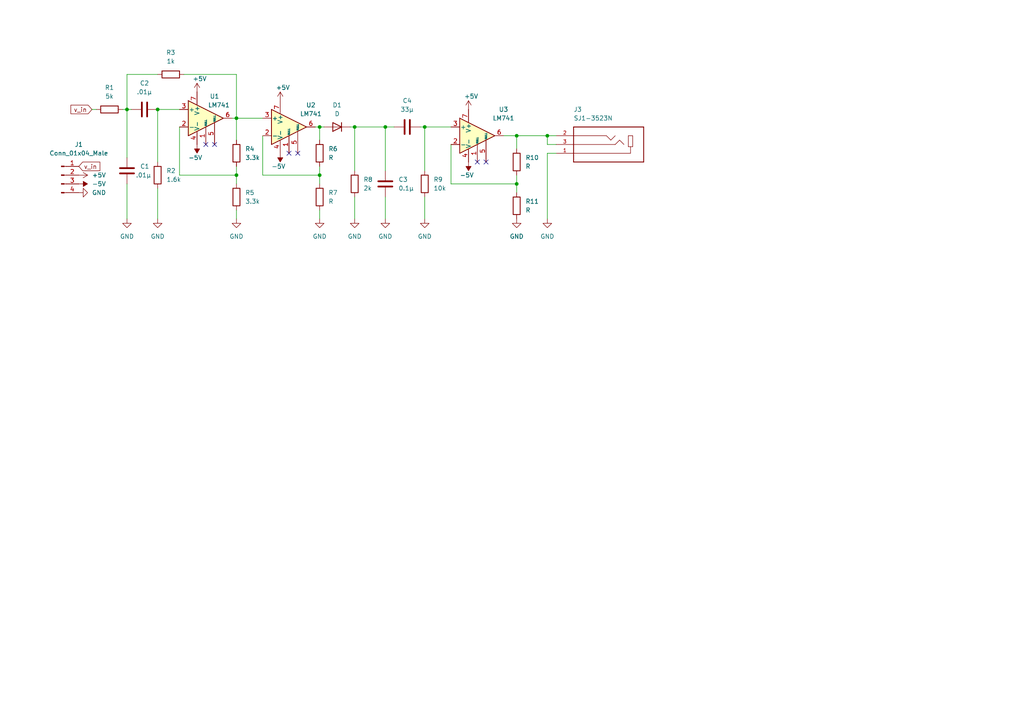
<source format=kicad_sch>
(kicad_sch (version 20211123) (generator eeschema)
  (paper "A4")
  (lib_symbols
    (symbol "Amplifier_Operational:LM741" (pin_names (offset 0.127))
      (property "Reference" "U" (at 0 6.35 0))
      (property "Value" "LM741" (at 0 3.81 0))
      (symbol "LM741_0_1"
        (polyline (pts (xy -5.08 5.08) (xy 5.08 0) (xy -5.08 -5.08) (xy -5.08 5.08)) (stroke (width 0.254)) (fill (type background)))
      )
      (symbol "LM741_1_1"
        (pin input line (at 0 -7.62 90) (length 5.08) (name "NULL") (number "1"))
        (pin input line (at -7.62 -2.54 0) (length 2.54) (name "-") (number "2"))
        (pin input line (at -7.62 2.54 0) (length 2.54) (name "+") (number "3"))
        (pin power_in line (at -2.54 -7.62 90) (length 3.81) (name "V-") (number "4"))
        (pin input line (at 2.54 -7.62 90) (length 6.35) (name "NULL") (number "5"))
        (pin output line (at 7.62 0 180) (length 2.54) (name "~") (number "6"))
        (pin power_in line (at -2.54 7.62 270) (length 3.81) (name "V+") (number "7"))
        (pin no_connect line (at 0 2.54 270) (length 2.54) hide (name "NC") (number "8"))
      )
    )
    (symbol "Connector:Conn_01x04_Male" (pin_names (offset 1.016) hide)
      (property "Reference" "J" (at 0 5.08 0))
      (property "Value" "Conn_01x04_Male" (at 0 -7.62 0))
      (symbol "Conn_01x04_Male_1_1"
        (polyline (pts (xy 1.27 -5.08) (xy 0.8636 -5.08)) (stroke (width 0.1524)))
        (polyline (pts (xy 1.27 -2.54) (xy 0.8636 -2.54)) (stroke (width 0.1524)))
        (polyline (pts (xy 1.27 0) (xy 0.8636 0)) (stroke (width 0.1524)))
        (polyline (pts (xy 1.27 2.54) (xy 0.8636 2.54)) (stroke (width 0.1524)))
        (rectangle (start 0.8636 -4.953) (end 0 -5.207) (stroke (width 0.1524)) (fill (type outline)))
        (rectangle (start 0.8636 -2.413) (end 0 -2.667) (stroke (width 0.1524)) (fill (type outline)))
        (rectangle (start 0.8636 0.127) (end 0 -0.127) (stroke (width 0.1524)) (fill (type outline)))
        (rectangle (start 0.8636 2.667) (end 0 2.413) (stroke (width 0.1524)) (fill (type outline)))
        (pin passive line (at 5.08 2.54 180) (length 3.81) (name "Pin_1") (number "1"))
        (pin passive line (at 5.08 0 180) (length 3.81) (name "Pin_2") (number "2"))
        (pin passive line (at 5.08 -2.54 180) (length 3.81) (name "Pin_3") (number "3"))
        (pin passive line (at 5.08 -5.08 180) (length 3.81) (name "Pin_4") (number "4"))
      )
    )
    (symbol "Device:C" (pin_numbers hide) (pin_names (offset 0.254))
      (property "Reference" "C" (at 0.635 2.54 0))
      (property "Value" "C" (at 0.635 -2.54 0))
      (symbol "C_0_1"
        (polyline (pts (xy -2.032 -0.762) (xy 2.032 -0.762)) (stroke (width 0.508)))
        (polyline (pts (xy -2.032 0.762) (xy 2.032 0.762)) (stroke (width 0.508)))
      )
      (symbol "C_1_1"
        (pin passive line (at 0 3.81 270) (length 2.794) (name "~") (number "1"))
        (pin passive line (at 0 -3.81 90) (length 2.794) (name "~") (number "2"))
      )
    )
    (symbol "Device:D" (pin_numbers hide) (pin_names (offset 1.016) hide)
      (property "Reference" "D" (at 0 2.54 0))
      (property "Value" "D" (at 0 -2.54 0))
      (symbol "D_0_1"
        (polyline (pts (xy -1.27 1.27) (xy -1.27 -1.27)) (stroke (width 0.254)))
        (polyline (pts (xy 1.27 0) (xy -1.27 0)))
        (polyline (pts (xy 1.27 1.27) (xy 1.27 -1.27) (xy -1.27 0) (xy 1.27 1.27)) (stroke (width 0.254)))
      )
      (symbol "D_1_1"
        (pin passive line (at -3.81 0 0) (length 2.54) (name "K") (number "1"))
        (pin passive line (at 3.81 0 180) (length 2.54) (name "A") (number "2"))
      )
    )
    (symbol "Device:R" (pin_numbers hide) (pin_names (offset 0))
      (property "Reference" "R" (at 2.032 0 90))
      (property "Value" "R" (at 0 0 90))
      (symbol "R_0_1"
        (rectangle (start -1.016 -2.54) (end 1.016 2.54) (stroke (width 0.254)))
      )
      (symbol "R_1_1"
        (pin passive line (at 0 3.81 270) (length 1.27) (name "~") (number "1"))
        (pin passive line (at 0 -3.81 90) (length 1.27) (name "~") (number "2"))
      )
    )
    (symbol "SJ1-3523N:SJ1-3523N" (pin_names (offset 1.016) hide)
      (property "Reference" "J" (at -10.16 7.62 0))
      (property "Value" "SJ1-3523N" (at -10.16 -10.16 0))
      (symbol "SJ1-3523N_0_0"
        (polyline (pts (xy -10.16 -5.08) (xy 10.16 -5.08)) (stroke (width 0.254)))
        (polyline (pts (xy -10.16 5.08) (xy -10.16 -5.08)) (stroke (width 0.254)))
        (polyline (pts (xy -6.985 -2.54) (xy -6.985 0.635)) (stroke (width 0.1524)))
        (polyline (pts (xy -6.985 0.635) (xy -6.35 0.635)) (stroke (width 0.1524)))
        (polyline (pts (xy -6.35 0.635) (xy -5.715 0.635)) (stroke (width 0.1524)))
        (polyline (pts (xy -6.35 2.54) (xy -6.35 0.635)) (stroke (width 0.1524)))
        (polyline (pts (xy -5.715 -2.54) (xy -6.985 -2.54)) (stroke (width 0.1524)))
        (polyline (pts (xy -5.715 0.635) (xy -5.715 -2.54)) (stroke (width 0.1524)))
        (polyline (pts (xy -3.175 -1.27) (xy -4.445 0)) (stroke (width 0.1524)))
        (polyline (pts (xy -1.905 0) (xy -3.175 -1.27)) (stroke (width 0.1524)))
        (polyline (pts (xy -0.635 -1.27) (xy -1.905 -2.54)) (stroke (width 0.1524)))
        (polyline (pts (xy 0.635 -2.54) (xy -0.635 -1.27)) (stroke (width 0.1524)))
        (polyline (pts (xy 10.16 -5.08) (xy 10.16 5.08)) (stroke (width 0.254)))
        (polyline (pts (xy 10.16 -2.54) (xy 0.635 -2.54)) (stroke (width 0.1524)))
        (polyline (pts (xy 10.16 0) (xy -1.905 0)) (stroke (width 0.1524)))
        (polyline (pts (xy 10.16 2.54) (xy -6.35 2.54)) (stroke (width 0.1524)))
        (polyline (pts (xy 10.16 5.08) (xy -10.16 5.08)) (stroke (width 0.254)))
        (pin passive line (at 15.24 2.54 180) (length 5.08) (name "~") (number "1"))
        (pin passive line (at 15.24 -2.54 180) (length 5.08) (name "~") (number "2"))
        (pin passive line (at 15.24 0 180) (length 5.08) (name "~") (number "3"))
      )
    )
    (symbol "power:+5V" (power) (pin_names (offset 0))
      (property "Value" "+5V" (at 0 3.556 0))
      (symbol "+5V_0_1"
        (polyline (pts (xy -0.762 1.27) (xy 0 2.54)))
        (polyline (pts (xy 0 0) (xy 0 2.54)))
        (polyline (pts (xy 0 2.54) (xy 0.762 1.27)))
      )
      (symbol "+5V_1_1"
        (pin power_in line (at 0 0 90) (length 0) hide (name "+5V") (number "1"))
      )
    )
    (symbol "power:-5V" (power) (pin_names (offset 0))
      (property "Value" "-5V" (at 0 3.81 0))
      (symbol "-5V_0_0"
        (pin power_in line (at 0 0 90) (length 0) hide (name "-5V") (number "1"))
      )
      (symbol "-5V_0_1"
        (polyline (pts (xy 0 0) (xy 0 1.27) (xy 0.762 1.27) (xy 0 2.54) (xy -0.762 1.27) (xy 0 1.27)) (fill (type outline)))
      )
    )
    (symbol "power:GND" (power) (pin_names (offset 0))
      (property "Value" "GND" (at 0 -3.81 0))
      (symbol "GND_0_1"
        (polyline (pts (xy 0 0) (xy 0 -1.27) (xy 1.27 -1.27) (xy 0 -2.54) (xy -1.27 -1.27) (xy 0 -1.27)))
      )
      (symbol "GND_1_1"
        (pin power_in line (at 0 0 270) (length 0) hide (name "GND") (number "1"))
      )
    )
  )
  (junction (at 149.86 53.34))
  (junction (at 149.86 39.37))
  (junction (at 36.83 31.75))
  (junction (at 158.75 39.37))
  (junction (at 111.76 36.83))
  (junction (at 102.87 36.83))
  (junction (at 68.58 34.29))
  (junction (at 68.58 50.8))
  (junction (at 92.71 36.83))
  (junction (at 45.72 31.75))
  (junction (at 92.71 50.8))
  (junction (at 123.19 36.83))
  (no_connect (at 138.43 46.99))
  (no_connect (at 140.97 46.99))
  (no_connect (at 83.82 44.45))
  (no_connect (at 86.36 44.45))
  (no_connect (at 59.69 41.91))
  (no_connect (at 62.23 41.91))
  (wire (pts (xy 68.58 50.8) (xy 68.58 53.34)))
  (wire (pts (xy 45.72 31.75) (xy 52.07 31.75)))
  (wire (pts (xy 36.83 31.75) (xy 38.1 31.75)))
  (wire (pts (xy 102.87 57.15) (xy 102.87 63.5)))
  (wire (pts (xy 26.67 31.75) (xy 27.94 31.75)))
  (wire (pts (xy 158.75 41.91) (xy 158.75 39.37)))
  (wire (pts (xy 111.76 36.83) (xy 114.3 36.83)))
  (wire (pts (xy 68.58 34.29) (xy 67.31 34.29)))
  (wire (pts (xy 92.71 50.8) (xy 92.71 53.34)))
  (wire (pts (xy 68.58 34.29) (xy 76.2 34.29)))
  (wire (pts (xy 161.29 44.45) (xy 158.75 44.45)))
  (wire (pts (xy 146.05 39.37) (xy 149.86 39.37)))
  (wire (pts (xy 121.92 36.83) (xy 123.19 36.83)))
  (wire (pts (xy 68.58 48.26) (xy 68.58 50.8)))
  (wire (pts (xy 161.29 41.91) (xy 158.75 41.91)))
  (wire (pts (xy 92.71 48.26) (xy 92.71 50.8)))
  (wire (pts (xy 91.44 36.83) (xy 92.71 36.83)))
  (wire (pts (xy 158.75 44.45) (xy 158.75 63.5)))
  (wire (pts (xy 102.87 36.83) (xy 102.87 49.53)))
  (wire (pts (xy 102.87 36.83) (xy 111.76 36.83)))
  (wire (pts (xy 130.81 41.91) (xy 130.81 53.34)))
  (wire (pts (xy 149.86 53.34) (xy 149.86 55.88)))
  (wire (pts (xy 45.72 21.59) (xy 36.83 21.59)))
  (wire (pts (xy 92.71 36.83) (xy 93.98 36.83)))
  (wire (pts (xy 53.34 21.59) (xy 68.58 21.59)))
  (wire (pts (xy 130.81 53.34) (xy 149.86 53.34)))
  (wire (pts (xy 52.07 50.8) (xy 68.58 50.8)))
  (wire (pts (xy 149.86 39.37) (xy 149.86 43.18)))
  (wire (pts (xy 68.58 21.59) (xy 68.58 34.29)))
  (wire (pts (xy 45.72 31.75) (xy 45.72 46.99)))
  (wire (pts (xy 123.19 36.83) (xy 123.19 49.53)))
  (wire (pts (xy 149.86 50.8) (xy 149.86 53.34)))
  (wire (pts (xy 68.58 60.96) (xy 68.58 63.5)))
  (wire (pts (xy 45.72 54.61) (xy 45.72 63.5)))
  (wire (pts (xy 76.2 39.37) (xy 76.2 50.8)))
  (wire (pts (xy 36.83 21.59) (xy 36.83 31.75)))
  (wire (pts (xy 92.71 36.83) (xy 92.71 40.64)))
  (wire (pts (xy 123.19 36.83) (xy 130.81 36.83)))
  (wire (pts (xy 76.2 50.8) (xy 92.71 50.8)))
  (wire (pts (xy 92.71 60.96) (xy 92.71 63.5)))
  (wire (pts (xy 123.19 57.15) (xy 123.19 63.5)))
  (wire (pts (xy 36.83 31.75) (xy 36.83 45.72)))
  (wire (pts (xy 101.6 36.83) (xy 102.87 36.83)))
  (wire (pts (xy 68.58 34.29) (xy 68.58 40.64)))
  (wire (pts (xy 111.76 49.53) (xy 111.76 36.83)))
  (wire (pts (xy 36.83 53.34) (xy 36.83 63.5)))
  (wire (pts (xy 111.76 57.15) (xy 111.76 63.5)))
  (wire (pts (xy 149.86 39.37) (xy 158.75 39.37)))
  (wire (pts (xy 52.07 36.83) (xy 52.07 50.8)))
  (wire (pts (xy 35.56 31.75) (xy 36.83 31.75)))
  (wire (pts (xy 158.75 39.37) (xy 161.29 39.37)))
  (global_label "v_in" (shape input) (at 26.67 31.75 180) (property "Intersheet References" "${INTERSHEET_REFS}" (effects hide)))
  (global_label "v_in" (shape input) (at 22.86 48.26 0) (property "Intersheet References" "${INTERSHEET_REFS}" (effects hide)))
  (symbol (lib_id "power:GND") (at 36.83 63.5 0) (unit 1)
    (property "Reference" "#PWR0117" (effects hide))
    (property "Value" "GND" (at 36.83 68.58 0))
  )
  (symbol (lib_id "power:GND") (at 149.86 63.5 0) (unit 1)
    (property "Reference" "#PWR0109" (effects hide))
    (property "Value" "GND" (at 149.86 68.58 0))
  )
  (symbol (lib_id "Device:R") (at 92.71 44.45 0) (unit 1)
    (property "Reference" "R6" (at 95.25 43.1799 0) (effects (justify left)))
    (property "Value" "R" (at 95.25 45.7199 0) (effects (justify left)))
    (property "Footprint" "Resistor_THT:R_Axial_DIN0207_L6.3mm_D2.5mm_P7.62mm_Horizontal" (effects hide))
  )
  (symbol (lib_id "power:-5V") (at 135.89 46.99 180) (unit 1)
    (property "Reference" "#PWR0110" (effects hide))
    (property "Value" "-5V" (at 133.35 50.8 0) (effects (justify right)))
  )
  (symbol (lib_id "power:GND") (at 22.86 55.88 90) (unit 1)
    (property "Reference" "#PWR0115" (effects hide))
    (property "Value" "GND" (at 26.67 55.8799 90) (effects (justify right)))
  )
  (symbol (lib_id "power:+5V") (at 81.28 29.21 0) (unit 1)
    (property "Reference" "#PWR0104" (effects hide))
    (property "Value" "+5V" (at 80.01 25.4 0) (effects (justify left)))
  )
  (symbol (lib_id "Device:R") (at 149.86 46.99 0) (unit 1)
    (property "Reference" "R10" (at 152.4 45.7199 0) (effects (justify left)))
    (property "Value" "R" (at 152.4 48.2599 0) (effects (justify left)))
    (property "Footprint" "Resistor_THT:R_Axial_DIN0207_L6.3mm_D2.5mm_P7.62mm_Horizontal" (effects hide))
  )
  (symbol (lib_id "Device:R") (at 31.75 31.75 90) (unit 1)
    (property "Reference" "R1" (at 31.75 25.4 90))
    (property "Value" "5k" (at 31.75 27.94 90))
    (property "Footprint" "Resistor_THT:R_Axial_DIN0207_L6.3mm_D2.5mm_P7.62mm_Horizontal" (effects hide))
  )
  (symbol (lib_id "power:-5V") (at 81.28 44.45 180) (unit 1)
    (property "Reference" "#PWR0105" (effects hide))
    (property "Value" "-5V" (at 78.74 48.26 0) (effects (justify right)))
  )
  (symbol (lib_id "power:GND") (at 92.71 63.5 0) (unit 1)
    (property "Reference" "#PWR0108" (effects hide))
    (property "Value" "GND" (at 92.71 68.58 0))
  )
  (symbol (lib_id "Device:C") (at 111.76 53.34 180) (unit 1)
    (property "Reference" "C3" (at 115.57 52.0699 0) (effects (justify right)))
    (property "Value" "0.1µ" (at 115.57 54.6099 0) (effects (justify right)))
    (property "Footprint" "Capacitor_THT:C_Disc_D7.0mm_W2.5mm_P5.00mm" (effects hide))
  )
  (symbol (lib_id "power:GND") (at 123.19 63.5 0) (unit 1)
    (property "Reference" "#PWR0112" (effects hide))
    (property "Value" "GND" (at 123.19 68.58 0))
  )
  (symbol (lib_id "Amplifier_Operational:LM741") (at 138.43 39.37 0) (unit 1)
    (property "Reference" "U3" (at 146.05 31.75 0))
    (property "Value" "LM741" (at 146.05 34.29 0))
    (property "Footprint" "Package_DIP:DIP-8_W10.16mm" (effects hide))
    (property "Datasheet" "http://www.ti.com/lit/ds/symlink/lm741.pdf" (effects hide))
  )
  (symbol (lib_id "Device:R") (at 149.86 59.69 0) (unit 1)
    (property "Reference" "R11" (at 152.4 58.4199 0) (effects (justify left)))
    (property "Value" "R" (at 152.4 60.9599 0) (effects (justify left)))
    (property "Footprint" "Resistor_THT:R_Axial_DIN0207_L6.3mm_D2.5mm_P7.62mm_Horizontal" (effects hide))
  )
  (symbol (lib_id "Device:R") (at 102.87 53.34 0) (unit 1)
    (property "Reference" "R8" (at 105.41 52.0699 0) (effects (justify left)))
    (property "Value" "2k" (at 105.41 54.6099 0) (effects (justify left)))
    (property "Footprint" "Resistor_THT:R_Axial_DIN0207_L6.3mm_D2.5mm_P7.62mm_Horizontal" (effects hide))
  )
  (symbol (lib_id "Device:C") (at 118.11 36.83 270) (unit 1)
    (property "Reference" "C4" (at 118.11 29.21 90))
    (property "Value" "33µ" (at 118.11 31.75 90))
    (property "Footprint" "Capacitor_THT:C_Disc_D7.0mm_W2.5mm_P5.00mm" (effects hide))
  )
  (symbol (lib_id "power:GND") (at 68.58 63.5 0) (unit 1)
    (property "Reference" "#PWR0103" (effects hide))
    (property "Value" "GND" (at 68.58 68.58 0))
  )
  (symbol (lib_id "power:+5V") (at 57.15 26.67 0) (unit 1)
    (property "Reference" "#PWR0101" (effects hide))
    (property "Value" "+5V" (at 55.88 22.86 0) (effects (justify left)))
  )
  (symbol (lib_id "Amplifier_Operational:LM741") (at 59.69 34.29 0) (unit 1)
    (property "Reference" "U1" (at 62.23 27.94 0))
    (property "Value" "LM741" (at 63.5 30.48 0))
    (property "Footprint" "Package_DIP:DIP-8_W10.16mm" (effects hide))
    (property "Datasheet" "http://www.ti.com/lit/ds/symlink/lm741.pdf" (effects hide))
  )
  (symbol (lib_id "power:-5V") (at 22.86 53.34 270) (unit 1)
    (property "Reference" "#PWR0113" (effects hide))
    (property "Value" "-5V" (at 26.67 53.3399 90) (effects (justify left)))
  )
  (symbol (lib_id "Device:C") (at 36.83 49.53 0) (unit 1)
    (property "Reference" "C1" (at 40.64 48.26 0) (effects (justify left)))
    (property "Value" ".01µ" (at 39.37 50.8 0) (effects (justify left)))
    (property "Footprint" "Capacitor_THT:C_Disc_D7.0mm_W2.5mm_P5.00mm" (effects hide))
  )
  (symbol (lib_id "Device:R") (at 92.71 57.15 0) (unit 1)
    (property "Reference" "R7" (at 95.25 55.8799 0) (effects (justify left)))
    (property "Value" "R" (at 95.25 58.4199 0) (effects (justify left)))
    (property "Footprint" "Resistor_THT:R_Axial_DIN0207_L6.3mm_D2.5mm_P7.62mm_Horizontal" (effects hide))
  )
  (symbol (lib_id "power:GND") (at 45.72 63.5 0) (unit 1)
    (property "Reference" "#PWR0116" (effects hide))
    (property "Value" "GND" (at 45.72 68.58 0))
  )
  (symbol (lib_id "Amplifier_Operational:LM741") (at 83.82 36.83 0) (unit 1)
    (property "Reference" "U2" (at 90.17 30.48 0))
    (property "Value" "LM741" (at 90.17 33.02 0))
    (property "Footprint" "Package_DIP:DIP-8_W10.16mm" (effects hide))
    (property "Datasheet" "http://www.ti.com/lit/ds/symlink/lm741.pdf" (effects hide))
  )
  (symbol (lib_id "power:GND") (at 158.75 63.5 0) (unit 1)
    (property "Reference" "#PWR0118" (effects hide))
    (property "Value" "GND" (at 158.75 68.58 0))
  )
  (symbol (lib_id "Device:C") (at 41.91 31.75 90) (unit 1)
    (property "Reference" "C2" (at 41.91 24.13 90))
    (property "Value" ".01µ" (at 41.91 26.67 90))
    (property "Footprint" "Capacitor_THT:C_Disc_D7.0mm_W2.5mm_P5.00mm" (effects hide))
  )
  (symbol (lib_id "Device:R") (at 45.72 50.8 180) (unit 1)
    (property "Reference" "R2" (at 48.26 49.53 0) (effects (justify right)))
    (property "Value" "1.6k" (at 48.26 52.07 0) (effects (justify right)))
    (property "Footprint" "Resistor_THT:R_Axial_DIN0207_L6.3mm_D2.5mm_P7.62mm_Horizontal" (effects hide))
  )
  (symbol (lib_id "Device:R") (at 49.53 21.59 270) (unit 1)
    (property "Reference" "R3" (at 49.53 15.24 90))
    (property "Value" "1k" (at 49.53 17.78 90))
    (property "Footprint" "Resistor_THT:R_Axial_DIN0207_L6.3mm_D2.5mm_P7.62mm_Horizontal" (effects hide))
  )
  (symbol (lib_id "Device:R") (at 123.19 53.34 0) (unit 1)
    (property "Reference" "R9" (at 125.73 52.0699 0) (effects (justify left)))
    (property "Value" "10k" (at 125.73 54.6099 0) (effects (justify left)))
    (property "Footprint" "Resistor_THT:R_Axial_DIN0207_L6.3mm_D2.5mm_P7.62mm_Horizontal" (effects hide))
  )
  (symbol (lib_id "power:+5V") (at 22.86 50.8 270) (unit 1)
    (property "Reference" "#PWR0114" (effects hide))
    (property "Value" "+5V" (at 26.67 50.7999 90) (effects (justify left)))
  )
  (symbol (lib_id "Connector:Conn_01x04_Male") (at 17.78 50.8 0) (unit 1)
    (property "Reference" "J1" (at 22.86 41.91 0))
    (property "Value" "Conn_01x04_Male" (at 22.86 44.45 0))
    (property "Footprint" "Connector_PinHeader_2.54mm:PinHeader_1x04_P2.54mm_Vertical" (effects hide))
  )
  (symbol (lib_id "SJ1-3523N:SJ1-3523N") (at 176.53 41.91 180) (unit 1)
    (property "Reference" "J3" (at 166.37 31.75 0) (effects (justify right)))
    (property "Value" "SJ1-3523N" (at 166.37 34.29 0) (effects (justify right)))
    (property "Footprint" "SJ1-3523N:CUI_SJ1-3523N" (effects hide))
    (property "STANDARD" "Manufacturer recommendation" (effects hide))
    (property "PARTREV" "1.02" (effects hide))
    (property "MANUFACTURER" "CUI" (effects hide))
  )
  (symbol (lib_id "Device:R") (at 68.58 44.45 0) (unit 1)
    (property "Reference" "R4" (at 71.12 43.1799 0) (effects (justify left)))
    (property "Value" "3.3k" (at 71.12 45.7199 0) (effects (justify left)))
    (property "Footprint" "Resistor_THT:R_Axial_DIN0207_L6.3mm_D2.5mm_P7.62mm_Horizontal" (effects hide))
  )
  (symbol (lib_id "power:GND") (at 111.76 63.5 0) (unit 1)
    (property "Reference" "#PWR0106" (effects hide))
    (property "Value" "GND" (at 111.76 68.58 0))
  )
  (symbol (lib_id "power:-5V") (at 57.15 41.91 180) (unit 1)
    (property "Reference" "#PWR0102" (effects hide))
    (property "Value" "-5V" (at 54.61 45.72 0) (effects (justify right)))
  )
  (symbol (lib_id "Device:R") (at 68.58 57.15 0) (unit 1)
    (property "Reference" "R5" (at 71.12 55.8799 0) (effects (justify left)))
    (property "Value" "3.3k" (at 71.12 58.4199 0) (effects (justify left)))
    (property "Footprint" "Resistor_THT:R_Axial_DIN0207_L6.3mm_D2.5mm_P7.62mm_Horizontal" (effects hide))
  )
  (symbol (lib_id "power:+5V") (at 135.89 31.75 0) (unit 1)
    (property "Reference" "#PWR0111" (effects hide))
    (property "Value" "+5V" (at 134.62 27.94 0) (effects (justify left)))
  )
  (symbol (lib_id "power:GND") (at 102.87 63.5 0) (unit 1)
    (property "Reference" "#PWR0107" (effects hide))
    (property "Value" "GND" (at 102.87 68.58 0))
  )
  (symbol (lib_id "Device:D") (at 97.79 36.83 180) (unit 1)
    (property "Reference" "D1" (at 97.79 30.48 0))
    (property "Value" "D" (at 97.79 33.02 0))
    (property "Footprint" "Diode_THT:D_DO-35_SOD27_P7.62mm_Horizontal" (effects hide))
  )
)
</source>
